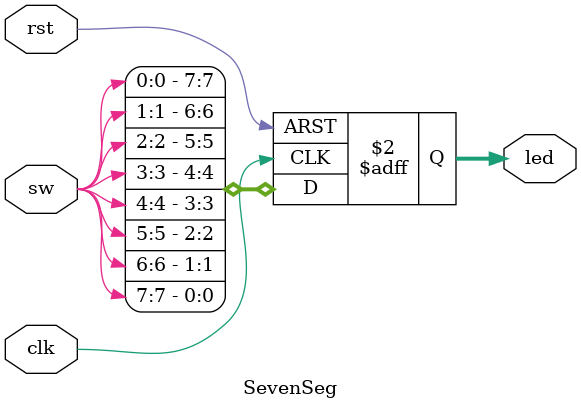
<source format=v>
`timescale 1ns / 1ps


module SevenSeg(
    input clk,
    input rst,
    input [7:0] sw,
    output reg [7:0] led
    );
    always@(posedge clk or posedge rst)
    begin
        if(rst) led = 8'b0;
        else led = {sw[0],sw[1],sw[2],sw[3],sw[4],sw[5],sw[6],sw[7]};
    end
endmodule

</source>
